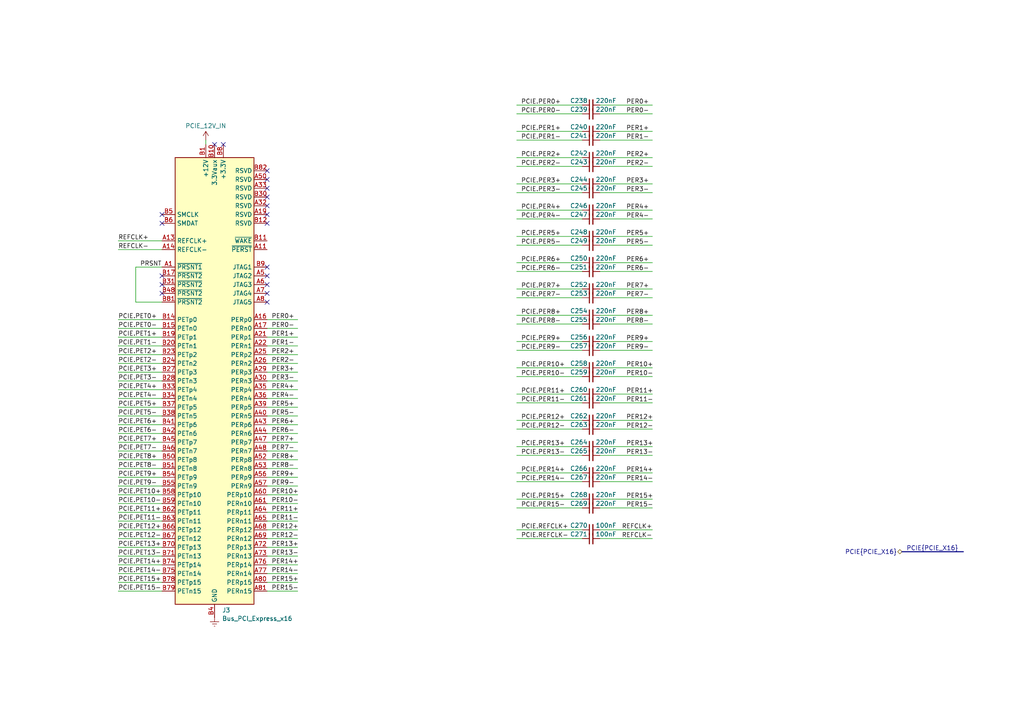
<source format=kicad_sch>
(kicad_sch (version 20231120) (generator "eeschema") (generator_version "8.0")
  (paper "A4")
  (lib_symbols
    (symbol "CHIPSAlliance_Connector:Bus_PCI_Express_Edge_x16"
      (property "Reference" "J" (at -8.89 66.04 0))
      (property "Value" "Bus_PCI_Express_Edge_x16" (at 13.97 66.04 0))
      (symbol "Bus_PCI_Express_Edge_x16_0_1"
        (rectangle (start -11.43 64.77) (end 11.43 -64.77) (stroke (width 0.254)) (fill (type background)))
      )
      (symbol "Bus_PCI_Express_Edge_x16_1_1"
        (pin passive line (at -15.24 33.02 0) (length 3.81) (name "~{PRSNT1}") (number "A1"))
        (pin passive line (at 2.54 68.58 270) (length 3.81) hide (name "+3.3V") (number "A10"))
        (pin output line (at 15.24 38.1 180) (length 3.81) (name "~{PERST}") (number "A11"))
        (pin passive line (at 0 -68.58 90) (length 3.81) hide (name "GND") (number "A12"))
        (pin output line (at -15.24 40.64 0) (length 3.81) (name "REFCLK+") (number "A13"))
        (pin output line (at -15.24 38.1 0) (length 3.81) (name "REFCLK-") (number "A14"))
        (pin passive line (at 0 -68.58 90) (length 3.81) hide (name "GND") (number "A15"))
        (pin input line (at 15.24 17.78 180) (length 3.81) (name "PERp0") (number "A16"))
        (pin input line (at 15.24 15.24 180) (length 3.81) (name "PERn0") (number "A17"))
        (pin passive line (at 0 -68.58 90) (length 3.81) hide (name "GND") (number "A18"))
        (pin passive line (at 15.24 48.26 180) (length 3.81) (name "RSVD") (number "A19"))
        (pin passive line (at -2.54 68.58 270) (length 3.81) hide (name "+12V") (number "A2"))
        (pin passive line (at 0 -68.58 90) (length 3.81) hide (name "GND") (number "A20"))
        (pin input line (at 15.24 12.7 180) (length 3.81) (name "PERp1") (number "A21"))
        (pin input line (at 15.24 10.16 180) (length 3.81) (name "PERn1") (number "A22"))
        (pin passive line (at 0 -68.58 90) (length 3.81) hide (name "GND") (number "A23"))
        (pin passive line (at 0 -68.58 90) (length 3.81) hide (name "GND") (number "A24"))
        (pin input line (at 15.24 7.62 180) (length 3.81) (name "PERp2") (number "A25"))
        (pin input line (at 15.24 5.08 180) (length 3.81) (name "PERn2") (number "A26"))
        (pin passive line (at 0 -68.58 90) (length 3.81) hide (name "GND") (number "A27"))
        (pin passive line (at 0 -68.58 90) (length 3.81) hide (name "GND") (number "A28"))
        (pin input line (at 15.24 2.54 180) (length 3.81) (name "PERp3") (number "A29"))
        (pin passive line (at -2.54 68.58 270) (length 3.81) hide (name "+12V") (number "A3"))
        (pin input line (at 15.24 0 180) (length 3.81) (name "PERn3") (number "A30"))
        (pin passive line (at 0 -68.58 90) (length 3.81) hide (name "GND") (number "A31"))
        (pin passive line (at 15.24 50.8 180) (length 3.81) (name "RSVD") (number "A32"))
        (pin passive line (at 15.24 55.88 180) (length 3.81) (name "RSVD") (number "A33"))
        (pin passive line (at 0 -68.58 90) (length 3.81) hide (name "GND") (number "A34"))
        (pin input line (at 15.24 -2.54 180) (length 3.81) (name "PERp4") (number "A35"))
        (pin input line (at 15.24 -5.08 180) (length 3.81) (name "PERn4") (number "A36"))
        (pin passive line (at 0 -68.58 90) (length 3.81) hide (name "GND") (number "A37"))
        (pin passive line (at 0 -68.58 90) (length 3.81) hide (name "GND") (number "A38"))
        (pin input line (at 15.24 -7.62 180) (length 3.81) (name "PERp5") (number "A39"))
        (pin passive line (at 0 -68.58 90) (length 3.81) hide (name "GND") (number "A4"))
        (pin input line (at 15.24 -10.16 180) (length 3.81) (name "PERn5") (number "A40"))
        (pin passive line (at 0 -68.58 90) (length 3.81) hide (name "GND") (number "A41"))
        (pin passive line (at 0 -68.58 90) (length 3.81) hide (name "GND") (number "A42"))
        (pin input line (at 15.24 -12.7 180) (length 3.81) (name "PERp6") (number "A43"))
        (pin input line (at 15.24 -15.24 180) (length 3.81) (name "PERn6") (number "A44"))
        (pin passive line (at 0 -68.58 90) (length 3.81) hide (name "GND") (number "A45"))
        (pin passive line (at 0 -68.58 90) (length 3.81) hide (name "GND") (number "A46"))
        (pin input line (at 15.24 -17.78 180) (length 3.81) (name "PERp7") (number "A47"))
        (pin input line (at 15.24 -20.32 180) (length 3.81) (name "PERn7") (number "A48"))
        (pin passive line (at 0 -68.58 90) (length 3.81) hide (name "GND") (number "A49"))
        (pin output line (at 15.24 30.48 180) (length 3.81) (name "JTAG2") (number "A5"))
        (pin passive line (at 15.24 58.42 180) (length 3.81) (name "RSVD") (number "A50"))
        (pin passive line (at 0 -68.58 90) (length 3.81) hide (name "GND") (number "A51"))
        (pin input line (at 15.24 -22.86 180) (length 3.81) (name "PERp8") (number "A52"))
        (pin input line (at 15.24 -25.4 180) (length 3.81) (name "PERn8") (number "A53"))
        (pin passive line (at 0 -68.58 90) (length 3.81) hide (name "GND") (number "A54"))
        (pin passive line (at 0 -68.58 90) (length 3.81) hide (name "GND") (number "A55"))
        (pin input line (at 15.24 -27.94 180) (length 3.81) (name "PERp9") (number "A56"))
        (pin input line (at 15.24 -30.48 180) (length 3.81) (name "PERn9") (number "A57"))
        (pin passive line (at 0 -68.58 90) (length 3.81) hide (name "GND") (number "A58"))
        (pin passive line (at 0 -68.58 90) (length 3.81) hide (name "GND") (number "A59"))
        (pin output line (at 15.24 27.94 180) (length 3.81) (name "JTAG3") (number "A6"))
        (pin input line (at 15.24 -33.02 180) (length 3.81) (name "PERp10") (number "A60"))
        (pin input line (at 15.24 -35.56 180) (length 3.81) (name "PERn10") (number "A61"))
        (pin passive line (at 0 -68.58 90) (length 3.81) hide (name "GND") (number "A62"))
        (pin passive line (at 0 -68.58 90) (length 3.81) hide (name "GND") (number "A63"))
        (pin input line (at 15.24 -38.1 180) (length 3.81) (name "PERp11") (number "A64"))
        (pin input line (at 15.24 -40.64 180) (length 3.81) (name "PERn11") (number "A65"))
        (pin passive line (at 0 -68.58 90) (length 3.81) hide (name "GND") (number "A66"))
        (pin passive line (at 0 -68.58 90) (length 3.81) hide (name "GND") (number "A67"))
        (pin input line (at 15.24 -43.18 180) (length 3.81) (name "PERp12") (number "A68"))
        (pin input line (at 15.24 -45.72 180) (length 3.81) (name "PERn12") (number "A69"))
        (pin input line (at 15.24 25.4 180) (length 3.81) (name "JTAG4") (number "A7"))
        (pin passive line (at 0 -68.58 90) (length 3.81) hide (name "GND") (number "A70"))
        (pin passive line (at 0 -68.58 90) (length 3.81) hide (name "GND") (number "A71"))
        (pin input line (at 15.24 -48.26 180) (length 3.81) (name "PERp13") (number "A72"))
        (pin input line (at 15.24 -50.8 180) (length 3.81) (name "PERn13") (number "A73"))
        (pin passive line (at 0 -68.58 90) (length 3.81) hide (name "GND") (number "A74"))
        (pin passive line (at 0 -68.58 90) (length 3.81) hide (name "GND") (number "A75"))
        (pin input line (at 15.24 -53.34 180) (length 3.81) (name "PERp14") (number "A76"))
        (pin input line (at 15.24 -55.88 180) (length 3.81) (name "PERn14") (number "A77"))
        (pin passive line (at 0 -68.58 90) (length 3.81) hide (name "GND") (number "A78"))
        (pin passive line (at 0 -68.58 90) (length 3.81) hide (name "GND") (number "A79"))
        (pin output line (at 15.24 22.86 180) (length 3.81) (name "JTAG5") (number "A8"))
        (pin input line (at 15.24 -58.42 180) (length 3.81) (name "PERp15") (number "A80"))
        (pin input line (at 15.24 -60.96 180) (length 3.81) (name "PERn15") (number "A81"))
        (pin passive line (at 0 -68.58 90) (length 3.81) hide (name "GND") (number "A82"))
        (pin passive line (at 2.54 68.58 270) (length 3.81) hide (name "+3.3V") (number "A9"))
        (pin power_out line (at -2.54 68.58 270) (length 3.81) (name "+12V") (number "B1"))
        (pin power_out line (at 0 68.58 270) (length 3.81) (name "3.3Vaux") (number "B10"))
        (pin input line (at 15.24 40.64 180) (length 3.81) (name "~{WAKE}") (number "B11"))
        (pin passive line (at 15.24 45.72 180) (length 3.81) (name "RSVD") (number "B12"))
        (pin passive line (at 0 -68.58 90) (length 3.81) hide (name "GND") (number "B13"))
        (pin output line (at -15.24 17.78 0) (length 3.81) (name "PETp0") (number "B14"))
        (pin output line (at -15.24 15.24 0) (length 3.81) (name "PETn0") (number "B15"))
        (pin passive line (at 0 -68.58 90) (length 3.81) hide (name "GND") (number "B16"))
        (pin passive line (at -15.24 30.48 0) (length 3.81) (name "~{PRSNT2}") (number "B17"))
        (pin passive line (at 0 -68.58 90) (length 3.81) hide (name "GND") (number "B18"))
        (pin output line (at -15.24 12.7 0) (length 3.81) (name "PETp1") (number "B19"))
        (pin passive line (at -2.54 68.58 270) (length 3.81) hide (name "+12V") (number "B2"))
        (pin output line (at -15.24 10.16 0) (length 3.81) (name "PETn1") (number "B20"))
        (pin passive line (at 0 -68.58 90) (length 3.81) hide (name "GND") (number "B21"))
        (pin passive line (at 0 -68.58 90) (length 3.81) hide (name "GND") (number "B22"))
        (pin output line (at -15.24 7.62 0) (length 3.81) (name "PETp2") (number "B23"))
        (pin output line (at -15.24 5.08 0) (length 3.81) (name "PETn2") (number "B24"))
        (pin passive line (at 0 -68.58 90) (length 3.81) hide (name "GND") (number "B25"))
        (pin passive line (at 0 -68.58 90) (length 3.81) hide (name "GND") (number "B26"))
        (pin output line (at -15.24 2.54 0) (length 3.81) (name "PETp3") (number "B27"))
        (pin output line (at -15.24 0 0) (length 3.81) (name "PETn3") (number "B28"))
        (pin passive line (at 0 -68.58 90) (length 3.81) hide (name "GND") (number "B29"))
        (pin passive line (at -2.54 68.58 270) (length 3.81) hide (name "+12V") (number "B3"))
        (pin passive line (at 15.24 53.34 180) (length 3.81) (name "RSVD") (number "B30"))
        (pin passive line (at -15.24 27.94 0) (length 3.81) (name "~{PRSNT2}") (number "B31"))
        (pin passive line (at 0 -68.58 90) (length 3.81) hide (name "GND") (number "B32"))
        (pin output line (at -15.24 -2.54 0) (length 3.81) (name "PETp4") (number "B33"))
        (pin output line (at -15.24 -5.08 0) (length 3.81) (name "PETn4") (number "B34"))
        (pin passive line (at 0 -68.58 90) (length 3.81) hide (name "GND") (number "B35"))
        (pin passive line (at 0 -68.58 90) (length 3.81) hide (name "GND") (number "B36"))
        (pin output line (at -15.24 -7.62 0) (length 3.81) (name "PETp5") (number "B37"))
        (pin output line (at -15.24 -10.16 0) (length 3.81) (name "PETn5") (number "B38"))
        (pin passive line (at 0 -68.58 90) (length 3.81) hide (name "GND") (number "B39"))
        (pin power_out line (at 0 -68.58 90) (length 3.81) (name "GND") (number "B4"))
        (pin passive line (at 0 -68.58 90) (length 3.81) hide (name "GND") (number "B40"))
        (pin output line (at -15.24 -12.7 0) (length 3.81) (name "PETp6") (number "B41"))
        (pin output line (at -15.24 -15.24 0) (length 3.81) (name "PETn6") (number "B42"))
        (pin passive line (at 0 -68.58 90) (length 3.81) hide (name "GND") (number "B43"))
        (pin passive line (at 0 -68.58 90) (length 3.81) hide (name "GND") (number "B44"))
        (pin output line (at -15.24 -17.78 0) (length 3.81) (name "PETp7") (number "B45"))
        (pin output line (at -15.24 -20.32 0) (length 3.81) (name "PETn7") (number "B46"))
        (pin passive line (at 0 -68.58 90) (length 3.81) hide (name "GND") (number "B47"))
        (pin passive line (at -15.24 25.4 0) (length 3.81) (name "~{PRSNT2}") (number "B48"))
        (pin passive line (at 0 -68.58 90) (length 3.81) hide (name "GND") (number "B49"))
        (pin output line (at -15.24 48.26 0) (length 3.81) (name "SMCLK") (number "B5"))
        (pin output line (at -15.24 -22.86 0) (length 3.81) (name "PETp8") (number "B50"))
        (pin output line (at -15.24 -25.4 0) (length 3.81) (name "PETn8") (number "B51"))
        (pin passive line (at 0 -68.58 90) (length 3.81) hide (name "GND") (number "B52"))
        (pin passive line (at 0 -68.58 90) (length 3.81) hide (name "GND") (number "B53"))
        (pin output line (at -15.24 -27.94 0) (length 3.81) (name "PETp9") (number "B54"))
        (pin output line (at -15.24 -30.48 0) (length 3.81) (name "PETn9") (number "B55"))
        (pin passive line (at 0 -68.58 90) (length 3.81) hide (name "GND") (number "B56"))
        (pin passive line (at 0 -68.58 90) (length 3.81) hide (name "GND") (number "B57"))
        (pin output line (at -15.24 -33.02 0) (length 3.81) (name "PETp10") (number "B58"))
        (pin output line (at -15.24 -35.56 0) (length 3.81) (name "PETn10") (number "B59"))
        (pin bidirectional line (at -15.24 45.72 0) (length 3.81) (name "SMDAT") (number "B6"))
        (pin passive line (at 0 -68.58 90) (length 3.81) hide (name "GND") (number "B60"))
        (pin passive line (at 0 -68.58 90) (length 3.81) hide (name "GND") (number "B61"))
        (pin output line (at -15.24 -38.1 0) (length 3.81) (name "PETp11") (number "B62"))
        (pin output line (at -15.24 -40.64 0) (length 3.81) (name "PETn11") (number "B63"))
        (pin passive line (at 0 -68.58 90) (length 3.81) hide (name "GND") (number "B64"))
        (pin passive line (at 0 -68.58 90) (length 3.81) hide (name "GND") (number "B65"))
        (pin output line (at -15.24 -43.18 0) (length 3.81) (name "PETp12") (number "B66"))
        (pin output line (at -15.24 -45.72 0) (length 3.81) (name "PETn12") (number "B67"))
        (pin passive line (at 0 -68.58 90) (length 3.81) hide (name "GND") (number "B68"))
        (pin passive line (at 0 -68.58 90) (length 3.81) hide (name "GND") (number "B69"))
        (pin passive line (at 0 -68.58 90) (length 3.81) hide (name "GND") (number "B7"))
        (pin output line (at -15.24 -48.26 0) (length 3.81) (name "PETp13") (number "B70"))
        (pin output line (at -15.24 -50.8 0) (length 3.81) (name "PETn13") (number "B71"))
        (pin passive line (at 0 -68.58 90) (length 3.81) hide (name "GND") (number "B72"))
        (pin passive line (at 0 -68.58 90) (length 3.81) hide (name "GND") (number "B73"))
        (pin output line (at -15.24 -53.34 0) (length 3.81) (name "PETp14") (number "B74"))
        (pin output line (at -15.24 -55.88 0) (length 3.81) (name "PETn14") (number "B75"))
        (pin passive line (at 0 -68.58 90) (length 3.81) hide (name "GND") (number "B76"))
        (pin passive line (at 0 -68.58 90) (length 3.81) hide (name "GND") (number "B77"))
        (pin output line (at -15.24 -58.42 0) (length 3.81) (name "PETp15") (number "B78"))
        (pin output line (at -15.24 -60.96 0) (length 3.81) (name "PETn15") (number "B79"))
        (pin power_out line (at 2.54 68.58 270) (length 3.81) (name "+3.3V") (number "B8"))
        (pin passive line (at 0 -68.58 90) (length 3.81) hide (name "GND") (number "B80"))
        (pin passive line (at -15.24 22.86 0) (length 3.81) (name "~{PRSNT2}") (number "B81"))
        (pin passive line (at 15.24 60.96 180) (length 3.81) (name "RSVD") (number "B82"))
        (pin output line (at 15.24 33.02 180) (length 3.81) (name "JTAG1") (number "B9"))
      )
    )
    (symbol "Device:C_Small" (pin_numbers hide) (pin_names (offset 0.254) hide)
      (property "Reference" "C" (at 0.254 1.778 0))
      (property "Value" "C_Small" (at 0.254 -2.032 0))
      (symbol "C_Small_0_1"
        (polyline (pts (xy -1.524 -0.508) (xy 1.524 -0.508)) (stroke (width 0.3302)))
        (polyline (pts (xy -1.524 0.508) (xy 1.524 0.508)) (stroke (width 0.3048)))
      )
      (symbol "C_Small_1_1"
        (pin passive line (at 0 2.54 270) (length 2.032) (name "~") (number "1"))
        (pin passive line (at 0 -2.54 90) (length 2.032) (name "~") (number "2"))
      )
    )
    (symbol "power:+5V" (power) (pin_numbers hide) (pin_names (offset 0) hide)
      (property "Value" "+5V" (at 0 3.556 0))
      (symbol "+5V_0_1"
        (polyline (pts (xy -0.762 1.27) (xy 0 2.54)))
        (polyline (pts (xy 0 0) (xy 0 2.54)))
        (polyline (pts (xy 0 2.54) (xy 0.762 1.27)))
      )
      (symbol "+5V_1_1"
        (pin power_in line (at 0 0 90) (length 0) (name "~") (number "1"))
      )
    )
    (symbol "power:Earth" (power) (pin_numbers hide) (pin_names (offset 0) hide)
      (property "Value" "Earth" (at 0 -3.81 0))
      (symbol "Earth_0_1"
        (polyline (pts (xy -0.635 -1.905) (xy 0.635 -1.905)))
        (polyline (pts (xy -0.127 -2.54) (xy 0.127 -2.54)))
        (polyline (pts (xy 0 -1.27) (xy 0 0)))
        (polyline (pts (xy 1.27 -1.27) (xy -1.27 -1.27)))
      )
      (symbol "Earth_1_1"
        (pin power_in line (at 0 0 270) (length 0) (name "~") (number "1"))
      )
    )
  )
  (no_connect (at 77.47 64.77))
  (no_connect (at 46.99 85.09))
  (no_connect (at 64.77 41.91))
  (no_connect (at 77.47 59.69))
  (no_connect (at 77.47 85.09))
  (no_connect (at 77.47 52.07))
  (no_connect (at 77.47 80.01))
  (no_connect (at 46.99 62.23))
  (no_connect (at 77.47 57.15))
  (no_connect (at 77.47 54.61))
  (no_connect (at 62.23 41.91))
  (no_connect (at 77.47 49.53))
  (no_connect (at 77.47 62.23))
  (no_connect (at 46.99 64.77))
  (no_connect (at 77.47 82.55))
  (no_connect (at 46.99 80.01))
  (no_connect (at 77.47 87.63))
  (no_connect (at 77.47 77.47))
  (no_connect (at 46.99 82.55))
  (wire (pts (xy 34.29 130.81) (xy 46.99 130.81)))
  (wire (pts (xy 34.29 97.79) (xy 46.99 97.79)))
  (wire (pts (xy 173.99 144.78) (xy 189.23 144.78)))
  (wire (pts (xy 86.36 140.97) (xy 77.47 140.97)))
  (wire (pts (xy 86.36 133.35) (xy 77.47 133.35)))
  (wire (pts (xy 86.36 158.75) (xy 77.47 158.75)))
  (wire (pts (xy 173.99 38.1) (xy 189.23 38.1)))
  (wire (pts (xy 34.29 92.71) (xy 46.99 92.71)))
  (wire (pts (xy 34.29 140.97) (xy 46.99 140.97)))
  (wire (pts (xy 149.86 153.67) (xy 168.91 153.67)))
  (wire (pts (xy 34.29 123.19) (xy 46.99 123.19)))
  (wire (pts (xy 86.36 128.27) (xy 77.47 128.27)))
  (wire (pts (xy 173.99 124.46) (xy 189.23 124.46)))
  (wire (pts (xy 173.99 101.6) (xy 189.23 101.6)))
  (wire (pts (xy 34.29 148.59) (xy 46.99 148.59)))
  (wire (pts (xy 34.29 158.75) (xy 46.99 158.75)))
  (wire (pts (xy 86.36 130.81) (xy 77.47 130.81)))
  (wire (pts (xy 86.36 95.25) (xy 77.47 95.25)))
  (wire (pts (xy 86.36 156.21) (xy 77.47 156.21)))
  (wire (pts (xy 46.99 77.47) (xy 39.37 77.47)))
  (wire (pts (xy 149.86 121.92) (xy 168.91 121.92)))
  (wire (pts (xy 86.36 143.51) (xy 77.47 143.51)))
  (wire (pts (xy 86.36 153.67) (xy 77.47 153.67)))
  (wire (pts (xy 86.36 135.89) (xy 77.47 135.89)))
  (wire (pts (xy 34.29 153.67) (xy 46.99 153.67)))
  (wire (pts (xy 173.99 116.84) (xy 189.23 116.84)))
  (wire (pts (xy 173.99 137.16) (xy 189.23 137.16)))
  (wire (pts (xy 149.86 63.5) (xy 168.91 63.5)))
  (wire (pts (xy 173.99 30.48) (xy 189.23 30.48)))
  (wire (pts (xy 34.29 166.37) (xy 46.99 166.37)))
  (wire (pts (xy 34.29 95.25) (xy 46.99 95.25)))
  (wire (pts (xy 149.86 99.06) (xy 168.91 99.06)))
  (wire (pts (xy 173.99 129.54) (xy 189.23 129.54)))
  (wire (pts (xy 86.36 166.37) (xy 77.47 166.37)))
  (wire (pts (xy 86.36 125.73) (xy 77.47 125.73)))
  (wire (pts (xy 173.99 106.68) (xy 189.23 106.68)))
  (wire (pts (xy 149.86 139.7) (xy 168.91 139.7)))
  (wire (pts (xy 173.99 86.36) (xy 189.23 86.36)))
  (wire (pts (xy 34.29 107.95) (xy 46.99 107.95)))
  (wire (pts (xy 86.36 110.49) (xy 77.47 110.49)))
  (wire (pts (xy 86.36 168.91) (xy 77.47 168.91)))
  (wire (pts (xy 34.29 113.03) (xy 46.99 113.03)))
  (wire (pts (xy 34.29 100.33) (xy 46.99 100.33)))
  (wire (pts (xy 86.36 113.03) (xy 77.47 113.03)))
  (wire (pts (xy 34.29 161.29) (xy 46.99 161.29)))
  (wire (pts (xy 34.29 168.91) (xy 46.99 168.91)))
  (wire (pts (xy 173.99 71.12) (xy 189.23 71.12)))
  (wire (pts (xy 86.36 118.11) (xy 77.47 118.11)))
  (wire (pts (xy 149.86 83.82) (xy 168.91 83.82)))
  (wire (pts (xy 86.36 146.05) (xy 77.47 146.05)))
  (wire (pts (xy 149.86 106.68) (xy 168.91 106.68)))
  (wire (pts (xy 173.99 132.08) (xy 189.23 132.08)))
  (wire (pts (xy 173.99 33.02) (xy 189.23 33.02)))
  (wire (pts (xy 149.86 147.32) (xy 168.91 147.32)))
  (wire (pts (xy 149.86 114.3) (xy 168.91 114.3)))
  (wire (pts (xy 149.86 132.08) (xy 168.91 132.08)))
  (wire (pts (xy 173.99 78.74) (xy 189.23 78.74)))
  (wire (pts (xy 86.36 97.79) (xy 77.47 97.79)))
  (wire (pts (xy 149.86 78.74) (xy 168.91 78.74)))
  (bus (pts (xy 261.62 160.02) (xy 279.4 160.02)))
  (wire (pts (xy 173.99 53.34) (xy 189.23 53.34)))
  (wire (pts (xy 149.86 76.2) (xy 168.91 76.2)))
  (wire (pts (xy 173.99 45.72) (xy 189.23 45.72)))
  (wire (pts (xy 173.99 55.88) (xy 189.23 55.88)))
  (wire (pts (xy 149.86 109.22) (xy 168.91 109.22)))
  (wire (pts (xy 34.29 135.89) (xy 46.99 135.89)))
  (wire (pts (xy 149.86 71.12) (xy 168.91 71.12)))
  (wire (pts (xy 173.99 63.5) (xy 189.23 63.5)))
  (wire (pts (xy 34.29 72.39) (xy 46.99 72.39)))
  (wire (pts (xy 86.36 102.87) (xy 77.47 102.87)))
  (wire (pts (xy 173.99 91.44) (xy 189.23 91.44)))
  (wire (pts (xy 149.86 137.16) (xy 168.91 137.16)))
  (wire (pts (xy 149.86 116.84) (xy 168.91 116.84)))
  (wire (pts (xy 149.86 48.26) (xy 168.91 48.26)))
  (wire (pts (xy 173.99 93.98) (xy 189.23 93.98)))
  (wire (pts (xy 34.29 143.51) (xy 46.99 143.51)))
  (wire (pts (xy 149.86 55.88) (xy 168.91 55.88)))
  (wire (pts (xy 149.86 45.72) (xy 168.91 45.72)))
  (wire (pts (xy 149.86 60.96) (xy 168.91 60.96)))
  (wire (pts (xy 149.86 129.54) (xy 168.91 129.54)))
  (wire (pts (xy 59.69 40.64) (xy 59.69 41.91)))
  (wire (pts (xy 34.29 146.05) (xy 46.99 146.05)))
  (wire (pts (xy 149.86 86.36) (xy 168.91 86.36)))
  (wire (pts (xy 173.99 109.22) (xy 189.23 109.22)))
  (wire (pts (xy 34.29 138.43) (xy 46.99 138.43)))
  (wire (pts (xy 173.99 48.26) (xy 189.23 48.26)))
  (wire (pts (xy 86.36 100.33) (xy 77.47 100.33)))
  (wire (pts (xy 149.86 38.1) (xy 168.91 38.1)))
  (wire (pts (xy 149.86 93.98) (xy 168.91 93.98)))
  (wire (pts (xy 34.29 151.13) (xy 46.99 151.13)))
  (wire (pts (xy 34.29 110.49) (xy 46.99 110.49)))
  (wire (pts (xy 86.36 151.13) (xy 77.47 151.13)))
  (wire (pts (xy 34.29 120.65) (xy 46.99 120.65)))
  (wire (pts (xy 149.86 33.02) (xy 168.91 33.02)))
  (wire (pts (xy 149.86 53.34) (xy 168.91 53.34)))
  (wire (pts (xy 149.86 124.46) (xy 168.91 124.46)))
  (wire (pts (xy 173.99 99.06) (xy 189.23 99.06)))
  (wire (pts (xy 34.29 115.57) (xy 46.99 115.57)))
  (wire (pts (xy 173.99 68.58) (xy 189.23 68.58)))
  (wire (pts (xy 86.36 120.65) (xy 77.47 120.65)))
  (wire (pts (xy 86.36 105.41) (xy 77.47 105.41)))
  (wire (pts (xy 173.99 76.2) (xy 189.23 76.2)))
  (wire (pts (xy 149.86 30.48) (xy 168.91 30.48)))
  (wire (pts (xy 173.99 121.92) (xy 189.23 121.92)))
  (wire (pts (xy 173.99 83.82) (xy 189.23 83.82)))
  (wire (pts (xy 39.37 77.47) (xy 39.37 87.63)))
  (wire (pts (xy 173.99 139.7) (xy 189.23 139.7)))
  (wire (pts (xy 173.99 153.67) (xy 189.23 153.67)))
  (wire (pts (xy 34.29 171.45) (xy 46.99 171.45)))
  (wire (pts (xy 34.29 133.35) (xy 46.99 133.35)))
  (wire (pts (xy 34.29 118.11) (xy 46.99 118.11)))
  (wire (pts (xy 86.36 92.71) (xy 77.47 92.71)))
  (wire (pts (xy 86.36 161.29) (xy 77.47 161.29)))
  (wire (pts (xy 173.99 60.96) (xy 189.23 60.96)))
  (wire (pts (xy 149.86 68.58) (xy 168.91 68.58)))
  (wire (pts (xy 39.37 87.63) (xy 46.99 87.63)))
  (wire (pts (xy 34.29 69.85) (xy 46.99 69.85)))
  (wire (pts (xy 149.86 101.6) (xy 168.91 101.6)))
  (wire (pts (xy 173.99 40.64) (xy 189.23 40.64)))
  (wire (pts (xy 86.36 148.59) (xy 77.47 148.59)))
  (wire (pts (xy 86.36 163.83) (xy 77.47 163.83)))
  (wire (pts (xy 86.36 138.43) (xy 77.47 138.43)))
  (wire (pts (xy 34.29 105.41) (xy 46.99 105.41)))
  (wire (pts (xy 149.86 156.21) (xy 168.91 156.21)))
  (wire (pts (xy 86.36 107.95) (xy 77.47 107.95)))
  (wire (pts (xy 34.29 128.27) (xy 46.99 128.27)))
  (wire (pts (xy 149.86 40.64) (xy 168.91 40.64)))
  (wire (pts (xy 34.29 102.87) (xy 46.99 102.87)))
  (wire (pts (xy 34.29 125.73) (xy 46.99 125.73)))
  (wire (pts (xy 34.29 163.83) (xy 46.99 163.83)))
  (wire (pts (xy 86.36 115.57) (xy 77.47 115.57)))
  (wire (pts (xy 173.99 147.32) (xy 189.23 147.32)))
  (wire (pts (xy 149.86 91.44) (xy 168.91 91.44)))
  (wire (pts (xy 149.86 144.78) (xy 168.91 144.78)))
  (wire (pts (xy 86.36 171.45) (xy 77.47 171.45)))
  (wire (pts (xy 173.99 156.21) (xy 189.23 156.21)))
  (wire (pts (xy 86.36 123.19) (xy 77.47 123.19)))
  (wire (pts (xy 173.99 114.3) (xy 189.23 114.3)))
  (wire (pts (xy 34.29 156.21) (xy 46.99 156.21)))
  (label "PCIE.PET7-" (at 34.29 130.81 0))
  (label "PER13+" (at 78.74 158.75 0))
  (label "PRSNT" (at 40.64 77.47 0))
  (label "PER10-" (at 78.74 146.05 0))
  (label "PCIE.PET8+" (at 34.29 133.35 0))
  (label "PER13-" (at 78.74 161.29 0))
  (label "PCIE.PER9-" (at 151.13 101.6 0))
  (label "PER6+" (at 78.74 123.19 0))
  (label "PER5-" (at 78.74 120.65 0))
  (label "PCIE.PER7-" (at 151.13 86.36 0))
  (label "PER8-" (at 78.74 135.89 0))
  (label "PCIE.PET10+" (at 34.29 143.51 0))
  (label "PCIE.PET15-" (at 34.29 171.45 0))
  (label "PER10-" (at 181.61 109.22 0))
  (label "PER1-" (at 78.74 100.33 0))
  (label "PER9-" (at 181.61 101.6 0))
  (label "PER6-" (at 78.74 125.73 0))
  (label "PER9+" (at 181.61 99.06 0))
  (label "PCIE.PET10-" (at 34.29 146.05 0))
  (label "PCIE.PER3-" (at 151.13 55.88 0))
  (label "PCIE.PER9+" (at 151.13 99.06 0))
  (label "PER2-" (at 181.61 48.26 0))
  (label "PER0-" (at 78.74 95.25 0))
  (label "PER8+" (at 181.61 91.44 0))
  (label "PCIE.PET3-" (at 34.29 110.49 0))
  (label "PCIE.PER3+" (at 151.13 53.34 0))
  (label "REFCLK-" (at 34.29 72.39 0))
  (label "PER1-" (at 181.61 40.64 0))
  (label "PER4+" (at 181.61 60.96 0))
  (label "PER9+" (at 78.74 138.43 0))
  (label "PCIE.PET14+" (at 34.29 163.83 0))
  (label "PCIE.PET6-" (at 34.29 125.73 0))
  (label "PCIE.PET9-" (at 34.29 140.97 0))
  (label "PER13-" (at 181.61 132.08 0))
  (label "PER10+" (at 181.61 106.68 0))
  (label "PER7-" (at 78.74 130.81 0))
  (label "PCIE.PER2+" (at 151.13 45.72 0))
  (label "PER0+" (at 78.74 92.71 0))
  (label "PER3-" (at 181.61 55.88 0))
  (label "PER5-" (at 181.61 71.12 0))
  (label "PCIE.PER1-" (at 151.13 40.64 0))
  (label "PER4+" (at 78.74 113.03 0))
  (label "PCIE.PET5-" (at 34.29 120.65 0))
  (label "PCIE.PER15+" (at 151.13 144.78 0))
  (label "PER3-" (at 78.74 110.49 0))
  (label "PER15+" (at 181.61 144.78 0))
  (label "PCIE.PET0-" (at 34.29 95.25 0))
  (label "PCIE.PER15-" (at 151.13 147.32 0))
  (label "PCIE.PET2+" (at 34.29 102.87 0))
  (label "PER8-" (at 181.61 93.98 0))
  (label "PER12-" (at 181.61 124.46 0))
  (label "PCIE.PET2-" (at 34.29 105.41 0))
  (label "PER13+" (at 181.61 129.54 0))
  (label "PER11+" (at 181.61 114.3 0))
  (label "PCIE.PET4-" (at 34.29 115.57 0))
  (label "PER12+" (at 78.74 153.67 0))
  (label "PER6-" (at 181.61 78.74 0))
  (label "PER2-" (at 78.74 105.41 0))
  (label "PCIE.PET1+" (at 34.29 97.79 0))
  (label "PER1+" (at 181.61 38.1 0))
  (label "PER5+" (at 181.61 68.58 0))
  (label "PCIE.PER11-" (at 151.13 116.84 0))
  (label "PER7-" (at 181.61 86.36 0))
  (label "PCIE.PER8-" (at 151.13 93.98 0))
  (label "REFCLK+" (at 34.29 69.85 0))
  (label "PCIE.PER0-" (at 151.13 33.02 0))
  (label "PCIE.PET13+" (at 34.29 158.75 0))
  (label "PCIE.PET6+" (at 34.29 123.19 0))
  (label "PCIE.PER4-" (at 151.13 63.5 0))
  (label "PCIE.PER10+" (at 151.13 106.68 0))
  (label "PCIE.PER6+" (at 151.13 76.2 0))
  (label "PCIE.PET8-" (at 34.29 135.89 0))
  (label "PER14+" (at 78.74 163.83 0))
  (label "PCIE{PCIE_X16}" (at 262.89 160.02 0))
  (label "PCIE.PER8+" (at 151.13 91.44 0))
  (label "PCIE.PET4+" (at 34.29 113.03 0))
  (label "PER11-" (at 78.74 151.13 0))
  (label "PCIE.PET13-" (at 34.29 161.29 0))
  (label "PCIE.PER7+" (at 151.13 83.82 0))
  (label "PER1+" (at 78.74 97.79 0))
  (label "PER9-" (at 78.74 140.97 0))
  (label "PCIE.PET12+" (at 34.29 153.67 0))
  (label "PCIE.PER5-" (at 151.13 71.12 0))
  (label "PCIE.PET1-" (at 34.29 100.33 0))
  (label "PER0-" (at 181.61 33.02 0))
  (label "PER4-" (at 78.74 115.57 0))
  (label "PCIE.PET11+" (at 34.29 148.59 0))
  (label "PCIE.PET0+" (at 34.29 92.71 0))
  (label "PCIE.PER6-" (at 151.13 78.74 0))
  (label "PCIE.PER4+" (at 151.13 60.96 0))
  (label "PER7+" (at 181.61 83.82 0))
  (label "PER15-" (at 181.61 147.32 0))
  (label "PER12+" (at 181.61 121.92 0))
  (label "PER14-" (at 181.61 139.7 0))
  (label "PCIE.PET12-" (at 34.29 156.21 0))
  (label "PER0+" (at 181.61 30.48 0))
  (label "PCIE.PET7+" (at 34.29 128.27 0))
  (label "PCIE.PER1+" (at 151.13 38.1 0))
  (label "PCIE.PER14+" (at 151.13 137.16 0))
  (label "PER11-" (at 181.61 116.84 0))
  (label "PCIE.PER12-" (at 151.13 124.46 0))
  (label "PCIE.PET15+" (at 34.29 168.91 0))
  (label "PCIE.PER11+" (at 151.13 114.3 0))
  (label "PCIE.PER0+" (at 151.13 30.48 0))
  (label "PCIE.PER12+" (at 151.13 121.92 0))
  (label "PCIE.PER2-" (at 151.13 48.26 0))
  (label "PER2+" (at 78.74 102.87 0))
  (label "PCIE.PER5+" (at 151.13 68.58 0))
  (label "PER6+" (at 181.61 76.2 0))
  (label "PER14+" (at 181.61 137.16 0))
  (label "PCIE.PET14-" (at 34.29 166.37 0))
  (label "PCIE.PET9+" (at 34.29 138.43 0))
  (label "PER5+" (at 78.74 118.11 0))
  (label "PER7+" (at 78.74 128.27 0))
  (label "PER3+" (at 181.61 53.34 0))
  (label "PCIE.PER13+" (at 151.13 129.54 0))
  (label "PER15-" (at 78.74 171.45 0))
  (label "PER4-" (at 181.61 63.5 0))
  (label "PCIE.REFCLK+" (at 151.13 153.67 0))
  (label "PER2+" (at 181.61 45.72 0))
  (label "PCIE.PER10-" (at 151.13 109.22 0))
  (label "PCIE.PER13-" (at 151.13 132.08 0))
  (label "REFCLK+" (at 180.34 153.67 0))
  (label "REFCLK-" (at 180.34 156.21 0))
  (label "PCIE.PER14-" (at 151.13 139.7 0))
  (label "PCIE.PET11-" (at 34.29 151.13 0))
  (label "PCIE.PET3+" (at 34.29 107.95 0))
  (label "PER10+" (at 78.74 143.51 0))
  (label "PER15+" (at 78.74 168.91 0))
  (label "PER3+" (at 78.74 107.95 0))
  (label "PER11+" (at 78.74 148.59 0))
  (label "PCIE.REFCLK-" (at 151.13 156.21 0))
  (label "PER14-" (at 78.74 166.37 0))
  (label "PER12-" (at 78.74 156.21 0))
  (label "PCIE.PET5+" (at 34.29 118.11 0))
  (label "PER8+" (at 78.74 133.35 0))
  (hierarchical_label "PCIE{PCIE_X16}" (shape bidirectional) (at 261.62 160.02 180))
  (symbol (lib_id "Device:C_Small") (at 171.45 71.12 90) (unit 1)
    (property "Reference" "C249" (at 167.894 69.85 90))
    (property "Value" "220nF" (at 175.768 69.85 90))
    (property "Footprint" "Capacitor_SMD:C_0402_1005Metric" (effects (hide yes)))
    (property "Description" "Unpolarized capacitor, small symbol" (effects (hide yes)))
  )
  (symbol (lib_id "Device:C_Small") (at 171.45 78.74 90) (unit 1)
    (property "Reference" "C251" (at 167.894 77.47 90))
    (property "Value" "220nF" (at 175.768 77.47 90))
    (property "Footprint" "Capacitor_SMD:C_0402_1005Metric" (effects (hide yes)))
    (property "Description" "Unpolarized capacitor, small symbol" (effects (hide yes)))
  )
  (symbol (lib_id "Device:C_Small") (at 171.45 147.32 90) (unit 1)
    (property "Reference" "C269" (at 167.894 146.05 90))
    (property "Value" "220nF" (at 175.768 146.05 90))
    (property "Footprint" "Capacitor_SMD:C_0402_1005Metric" (effects (hide yes)))
    (property "Description" "Unpolarized capacitor, small symbol" (effects (hide yes)))
  )
  (symbol (lib_id "Device:C_Small") (at 171.45 86.36 90) (unit 1)
    (property "Reference" "C253" (at 167.894 85.09 90))
    (property "Value" "220nF" (at 175.768 85.09 90))
    (property "Footprint" "Capacitor_SMD:C_0402_1005Metric" (effects (hide yes)))
    (property "Description" "Unpolarized capacitor, small symbol" (effects (hide yes)))
  )
  (symbol (lib_id "Device:C_Small") (at 171.45 76.2 90) (unit 1)
    (property "Reference" "C250" (at 167.894 74.93 90))
    (property "Value" "220nF" (at 175.768 74.93 90))
    (property "Footprint" "Capacitor_SMD:C_0402_1005Metric" (effects (hide yes)))
    (property "Description" "Unpolarized capacitor, small symbol" (effects (hide yes)))
  )
  (symbol (lib_id "Device:C_Small") (at 171.45 144.78 90) (unit 1)
    (property "Reference" "C268" (at 167.894 143.51 90))
    (property "Value" "220nF" (at 175.768 143.51 90))
    (property "Footprint" "Capacitor_SMD:C_0402_1005Metric" (effects (hide yes)))
    (property "Description" "Unpolarized capacitor, small symbol" (effects (hide yes)))
  )
  (symbol (lib_id "CHIPSAlliance_Connector:Bus_PCI_Express_Edge_x16") (at 62.23 110.49 0) (unit 1)
    (property "Reference" "J3" (at 64.4241 176.9801 0) (effects (justify left)))
    (property "Value" "Bus_PCI_Express_x16" (at 64.4241 179.4044 0) (effects (justify left)))
    (property "Footprint" "CHIPSAlliance_Connector:PCIexpress_x16_FHFL" (effects (hide yes)))
    (property "Datasheet" "http://www.ritrontek.com/uploadfile/2016/1026/20161026105231124.pdf#page=63" (effects (hide yes)))
    (property "Description" "PCI Express bus connector x16 (pin function as edge connector)" (effects (hide yes)))
  )
  (symbol (lib_id "Device:C_Small") (at 171.45 129.54 90) (unit 1)
    (property "Reference" "C264" (at 167.894 128.27 90))
    (property "Value" "220nF" (at 175.768 128.27 90))
    (property "Footprint" "Capacitor_SMD:C_0402_1005Metric" (effects (hide yes)))
    (property "Description" "Unpolarized capacitor, small symbol" (effects (hide yes)))
  )
  (symbol (lib_id "Device:C_Small") (at 171.45 83.82 90) (unit 1)
    (property "Reference" "C252" (at 167.894 82.55 90))
    (property "Value" "220nF" (at 175.768 82.55 90))
    (property "Footprint" "Capacitor_SMD:C_0402_1005Metric" (effects (hide yes)))
    (property "Description" "Unpolarized capacitor, small symbol" (effects (hide yes)))
  )
  (symbol (lib_id "Device:C_Small") (at 171.45 153.67 90) (unit 1)
    (property "Reference" "C270" (at 167.894 152.4 90))
    (property "Value" "100nF" (at 175.768 152.4 90))
    (property "Footprint" "Capacitor_SMD:C_0402_1005Metric" (effects (hide yes)))
    (property "Description" "Unpolarized capacitor, small symbol" (effects (hide yes)))
  )
  (symbol (lib_id "Device:C_Small") (at 171.45 48.26 90) (unit 1)
    (property "Reference" "C243" (at 167.894 46.99 90))
    (property "Value" "220nF" (at 175.768 46.99 90))
    (property "Footprint" "Capacitor_SMD:C_0402_1005Metric" (effects (hide yes)))
    (property "Description" "Unpolarized capacitor, small symbol" (effects (hide yes)))
  )
  (symbol (lib_id "Device:C_Small") (at 171.45 63.5 90) (unit 1)
    (property "Reference" "C247" (at 167.894 62.23 90))
    (property "Value" "220nF" (at 175.768 62.23 90))
    (property "Footprint" "Capacitor_SMD:C_0402_1005Metric" (effects (hide yes)))
    (property "Description" "Unpolarized capacitor, small symbol" (effects (hide yes)))
  )
  (symbol (lib_id "Device:C_Small") (at 171.45 93.98 90) (unit 1)
    (property "Reference" "C255" (at 167.894 92.71 90))
    (property "Value" "220nF" (at 175.768 92.71 90))
    (property "Footprint" "Capacitor_SMD:C_0402_1005Metric" (effects (hide yes)))
    (property "Description" "Unpolarized capacitor, small symbol" (effects (hide yes)))
  )
  (symbol (lib_id "Device:C_Small") (at 171.45 55.88 90) (unit 1)
    (property "Reference" "C245" (at 167.894 54.61 90))
    (property "Value" "220nF" (at 175.768 54.61 90))
    (property "Footprint" "Capacitor_SMD:C_0402_1005Metric" (effects (hide yes)))
    (property "Description" "Unpolarized capacitor, small symbol" (effects (hide yes)))
  )
  (symbol (lib_id "Device:C_Small") (at 171.45 38.1 90) (unit 1)
    (property "Reference" "C240" (at 167.894 36.83 90))
    (property "Value" "220nF" (at 175.768 36.83 90))
    (property "Footprint" "Capacitor_SMD:C_0402_1005Metric" (effects (hide yes)))
    (property "Description" "Unpolarized capacitor, small symbol" (effects (hide yes)))
  )
  (symbol (lib_id "Device:C_Small") (at 171.45 106.68 90) (unit 1)
    (property "Reference" "C258" (at 167.894 105.41 90))
    (property "Value" "220nF" (at 175.768 105.41 90))
    (property "Footprint" "Capacitor_SMD:C_0402_1005Metric" (effects (hide yes)))
    (property "Description" "Unpolarized capacitor, small symbol" (effects (hide yes)))
  )
  (symbol (lib_id "Device:C_Small") (at 171.45 116.84 90) (unit 1)
    (property "Reference" "C261" (at 167.894 115.57 90))
    (property "Value" "220nF" (at 175.768 115.57 90))
    (property "Footprint" "Capacitor_SMD:C_0402_1005Metric" (effects (hide yes)))
    (property "Description" "Unpolarized capacitor, small symbol" (effects (hide yes)))
  )
  (symbol (lib_id "Device:C_Small") (at 171.45 33.02 90) (unit 1)
    (property "Reference" "C239" (at 167.894 31.75 90))
    (property "Value" "220nF" (at 175.768 31.75 90))
    (property "Footprint" "Capacitor_SMD:C_0402_1005Metric" (effects (hide yes)))
    (property "Description" "Unpolarized capacitor, small symbol" (effects (hide yes)))
  )
  (symbol (lib_id "power:Earth") (at 62.23 179.07 0) (mirror y) (unit 1)
    (property "Reference" "#PWR0312" (effects (hide yes)))
    (property "Value" "Earth" (effects (hide yes)))
    (property "Description" "Power symbol creates a global label with name \"Earth\"" (effects (hide yes)))
  )
  (symbol (lib_id "Device:C_Small") (at 171.45 156.21 90) (unit 1)
    (property "Reference" "C271" (at 167.894 154.94 90))
    (property "Value" "100nF" (at 175.768 154.94 90))
    (property "Footprint" "Capacitor_SMD:C_0402_1005Metric" (effects (hide yes)))
    (property "Description" "Unpolarized capacitor, small symbol" (effects (hide yes)))
  )
  (symbol (lib_id "power:+5V") (at 59.69 40.64 0) (mirror y) (unit 1)
    (property "Reference" "#PWR0313" (effects (hide yes)))
    (property "Value" "PCIE_12V_IN" (at 59.69 36.5069 0))
    (property "Description" "Power symbol creates a global label with \"PCIE_12V\"" (effects (hide yes)))
  )
  (symbol (lib_id "Device:C_Small") (at 171.45 30.48 90) (unit 1)
    (property "Reference" "C238" (at 167.894 29.21 90))
    (property "Value" "220nF" (at 175.768 29.21 90))
    (property "Footprint" "Capacitor_SMD:C_0402_1005Metric" (effects (hide yes)))
    (property "Description" "Unpolarized capacitor, small symbol" (effects (hide yes)))
  )
  (symbol (lib_id "Device:C_Small") (at 171.45 53.34 90) (unit 1)
    (property "Reference" "C244" (at 167.894 52.07 90))
    (property "Value" "220nF" (at 175.768 52.07 90))
    (property "Footprint" "Capacitor_SMD:C_0402_1005Metric" (effects (hide yes)))
    (property "Description" "Unpolarized capacitor, small symbol" (effects (hide yes)))
  )
  (symbol (lib_id "Device:C_Small") (at 171.45 99.06 90) (unit 1)
    (property "Reference" "C256" (at 167.894 97.79 90))
    (property "Value" "220nF" (at 175.768 97.79 90))
    (property "Footprint" "Capacitor_SMD:C_0402_1005Metric" (effects (hide yes)))
    (property "Description" "Unpolarized capacitor, small symbol" (effects (hide yes)))
  )
  (symbol (lib_id "Device:C_Small") (at 171.45 40.64 90) (unit 1)
    (property "Reference" "C241" (at 167.894 39.37 90))
    (property "Value" "220nF" (at 175.768 39.37 90))
    (property "Footprint" "Capacitor_SMD:C_0402_1005Metric" (effects (hide yes)))
    (property "Description" "Unpolarized capacitor, small symbol" (effects (hide yes)))
  )
  (symbol (lib_id "Device:C_Small") (at 171.45 124.46 90) (unit 1)
    (property "Reference" "C263" (at 167.894 123.19 90))
    (property "Value" "220nF" (at 175.768 123.19 90))
    (property "Footprint" "Capacitor_SMD:C_0402_1005Metric" (effects (hide yes)))
    (property "Description" "Unpolarized capacitor, small symbol" (effects (hide yes)))
  )
  (symbol (lib_id "Device:C_Small") (at 171.45 121.92 90) (unit 1)
    (property "Reference" "C262" (at 167.894 120.65 90))
    (property "Value" "220nF" (at 175.768 120.65 90))
    (property "Footprint" "Capacitor_SMD:C_0402_1005Metric" (effects (hide yes)))
    (property "Description" "Unpolarized capacitor, small symbol" (effects (hide yes)))
  )
  (symbol (lib_id "Device:C_Small") (at 171.45 68.58 90) (unit 1)
    (property "Reference" "C248" (at 167.894 67.31 90))
    (property "Value" "220nF" (at 175.768 67.31 90))
    (property "Footprint" "Capacitor_SMD:C_0402_1005Metric" (effects (hide yes)))
    (property "Description" "Unpolarized capacitor, small symbol" (effects (hide yes)))
  )
  (symbol (lib_id "Device:C_Small") (at 171.45 60.96 90) (unit 1)
    (property "Reference" "C246" (at 167.894 59.69 90))
    (property "Value" "220nF" (at 175.768 59.69 90))
    (property "Footprint" "Capacitor_SMD:C_0402_1005Metric" (effects (hide yes)))
    (property "Description" "Unpolarized capacitor, small symbol" (effects (hide yes)))
  )
  (symbol (lib_id "Device:C_Small") (at 171.45 91.44 90) (unit 1)
    (property "Reference" "C254" (at 167.894 90.17 90))
    (property "Value" "220nF" (at 175.768 90.17 90))
    (property "Footprint" "Capacitor_SMD:C_0402_1005Metric" (effects (hide yes)))
    (property "Description" "Unpolarized capacitor, small symbol" (effects (hide yes)))
  )
  (symbol (lib_id "Device:C_Small") (at 171.45 132.08 90) (unit 1)
    (property "Reference" "C265" (at 167.894 130.81 90))
    (property "Value" "220nF" (at 175.768 130.81 90))
    (property "Footprint" "Capacitor_SMD:C_0402_1005Metric" (effects (hide yes)))
    (property "Description" "Unpolarized capacitor, small symbol" (effects (hide yes)))
  )
  (symbol (lib_id "Device:C_Small") (at 171.45 139.7 90) (unit 1)
    (property "Reference" "C267" (at 167.894 138.43 90))
    (property "Value" "220nF" (at 175.768 138.43 90))
    (property "Footprint" "Capacitor_SMD:C_0402_1005Metric" (effects (hide yes)))
    (property "Description" "Unpolarized capacitor, small symbol" (effects (hide yes)))
  )
  (symbol (lib_id "Device:C_Small") (at 171.45 114.3 90) (unit 1)
    (property "Reference" "C260" (at 167.894 113.03 90))
    (property "Value" "220nF" (at 175.768 113.03 90))
    (property "Footprint" "Capacitor_SMD:C_0402_1005Metric" (effects (hide yes)))
    (property "Description" "Unpolarized capacitor, small symbol" (effects (hide yes)))
  )
  (symbol (lib_id "Device:C_Small") (at 171.45 45.72 90) (unit 1)
    (property "Reference" "C242" (at 167.894 44.45 90))
    (property "Value" "220nF" (at 175.768 44.45 90))
    (property "Footprint" "Capacitor_SMD:C_0402_1005Metric" (effects (hide yes)))
    (property "Description" "Unpolarized capacitor, small symbol" (effects (hide yes)))
  )
  (symbol (lib_id "Device:C_Small") (at 171.45 137.16 90) (unit 1)
    (property "Reference" "C266" (at 167.894 135.89 90))
    (property "Value" "220nF" (at 175.768 135.89 90))
    (property "Footprint" "Capacitor_SMD:C_0402_1005Metric" (effects (hide yes)))
    (property "Description" "Unpolarized capacitor, small symbol" (effects (hide yes)))
  )
  (symbol (lib_id "Device:C_Small") (at 171.45 109.22 90) (unit 1)
    (property "Reference" "C259" (at 167.894 107.95 90))
    (property "Value" "220nF" (at 175.768 107.95 90))
    (property "Footprint" "Capacitor_SMD:C_0402_1005Metric" (effects (hide yes)))
    (property "Description" "Unpolarized capacitor, small symbol" (effects (hide yes)))
  )
  (symbol (lib_id "Device:C_Small") (at 171.45 101.6 90) (unit 1)
    (property "Reference" "C257" (at 167.894 100.33 90))
    (property "Value" "220nF" (at 175.768 100.33 90))
    (property "Footprint" "Capacitor_SMD:C_0402_1005Metric" (effects (hide yes)))
    (property "Description" "Unpolarized capacitor, small symbol" (effects (hide yes)))
  )
)
</source>
